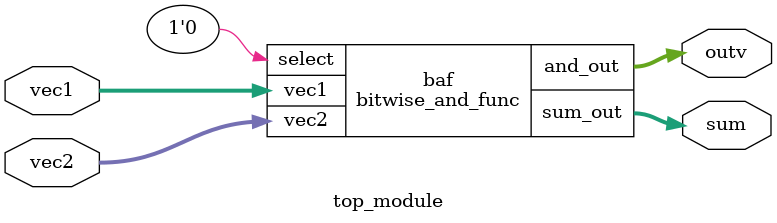
<source format=v>

module bitwise_and_func (
    input wire [7:0] vec1,
    input wire [7:0] vec2,
    input wire select,
    output wire [7:0] and_out,
    output wire [15:0] sum_out
);

    // Bitwise AND module
    assign and_out = (select) ? 8'b0 : vec1 & vec2;

    // Functional module
    assign sum_out = vec1 + vec2;

endmodule
module top_module ( 
    input wire [7:0] vec1,
    input wire [7:0] vec2,
    output wire [7:0] outv,
    output wire [15:0] sum
);

    bitwise_and_func baf (
        .vec1(vec1),
        .vec2(vec2),
        .select(1'b0),
        .and_out(outv),
        .sum_out(sum)
    );

endmodule
</source>
